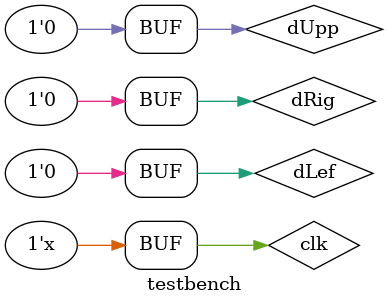
<source format=v>
`timescale 1ns / 1ps


module testbench;
    reg clk = 0;
    reg dUpp = 0;
    reg dLef = 0;
    reg dRig = 0;
    
    wire[7:0]LED;
position uut(
.clk(clk),
.dUpp(dUpp),
.dLef(dLef),
.dRig(dRig),
.LED(LED)
);
always #5 clk = !clk; //every 5ns signal flips so 10ns period
initial
begin
    #0 dUpp = 1;//hold rst high to enable the game, and start at position 00000001
    #5 dUpp = 0;//turn off the rst to continue the game
    #5 dLef = 1;//mimic a left press until 50 ns reached
    #40 dUpp = 1;//since rst held high again, the value should go from its current position back to 00000001
    #45 dUpp = 0;//turn off rst to continue detecting left/right button presses
    #50 dLef = 0;//mimic letting go of left button, so no more shift lefts 
    #50 dRig = 1;//mimic a right press until BNTR depressed at 105ns
    #100 dUpp = 1;//mimic a rst press 
    #105 dUpp = 0;//let go of rst, after this the value should stay at 1 since right is being held down
    #105 dRig = 0;//let go of right button
    #110 dLef = 1;
    #500 dLef = 0;
end

endmodule

</source>
